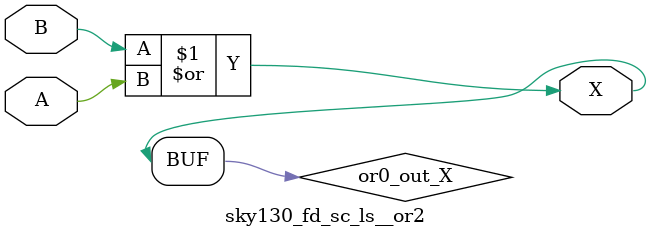
<source format=v>
module sky130_fd_sc_ls__or2 (
    X,
    A,
    B
);
    output X;
    input  A;
    input  B;
    wire or0_out_X;
    or  or0  (or0_out_X, B, A           );
    buf buf0 (X        , or0_out_X      );
endmodule
</source>
